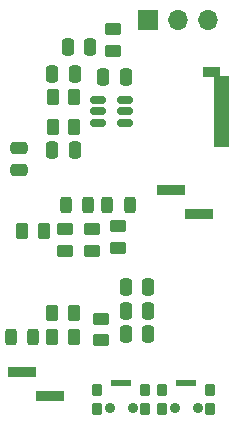
<source format=gbr>
%TF.GenerationSoftware,KiCad,Pcbnew,8.0.1-rc1*%
%TF.CreationDate,2025-05-18T23:27:59-05:00*%
%TF.ProjectId,rfReciever,72665265-6369-4657-9665-722e6b696361,rev?*%
%TF.SameCoordinates,Original*%
%TF.FileFunction,Soldermask,Top*%
%TF.FilePolarity,Negative*%
%FSLAX46Y46*%
G04 Gerber Fmt 4.6, Leading zero omitted, Abs format (unit mm)*
G04 Created by KiCad (PCBNEW 8.0.1-rc1) date 2025-05-18 23:27:59*
%MOMM*%
%LPD*%
G01*
G04 APERTURE LIST*
G04 Aperture macros list*
%AMRoundRect*
0 Rectangle with rounded corners*
0 $1 Rounding radius*
0 $2 $3 $4 $5 $6 $7 $8 $9 X,Y pos of 4 corners*
0 Add a 4 corners polygon primitive as box body*
4,1,4,$2,$3,$4,$5,$6,$7,$8,$9,$2,$3,0*
0 Add four circle primitives for the rounded corners*
1,1,$1+$1,$2,$3*
1,1,$1+$1,$4,$5*
1,1,$1+$1,$6,$7*
1,1,$1+$1,$8,$9*
0 Add four rect primitives between the rounded corners*
20,1,$1+$1,$2,$3,$4,$5,0*
20,1,$1+$1,$4,$5,$6,$7,0*
20,1,$1+$1,$6,$7,$8,$9,0*
20,1,$1+$1,$8,$9,$2,$3,0*%
G04 Aperture macros list end*
%ADD10C,0.010000*%
%ADD11RoundRect,0.243750X-0.243750X-0.456250X0.243750X-0.456250X0.243750X0.456250X-0.243750X0.456250X0*%
%ADD12RoundRect,0.250000X0.262500X0.450000X-0.262500X0.450000X-0.262500X-0.450000X0.262500X-0.450000X0*%
%ADD13C,0.900000*%
%ADD14RoundRect,0.135000X-0.315000X-0.365000X0.315000X-0.365000X0.315000X0.365000X-0.315000X0.365000X0*%
%ADD15RoundRect,0.082500X-0.767500X-0.192500X0.767500X-0.192500X0.767500X0.192500X-0.767500X0.192500X0*%
%ADD16R,1.700000X1.700000*%
%ADD17O,1.700000X1.700000*%
%ADD18RoundRect,0.250000X-0.450000X0.262500X-0.450000X-0.262500X0.450000X-0.262500X0.450000X0.262500X0*%
%ADD19RoundRect,0.250000X0.250000X0.475000X-0.250000X0.475000X-0.250000X-0.475000X0.250000X-0.475000X0*%
%ADD20RoundRect,0.250000X-0.250000X-0.475000X0.250000X-0.475000X0.250000X0.475000X-0.250000X0.475000X0*%
%ADD21RoundRect,0.243750X0.243750X0.456250X-0.243750X0.456250X-0.243750X-0.456250X0.243750X-0.456250X0*%
%ADD22RoundRect,0.250000X-0.262500X-0.450000X0.262500X-0.450000X0.262500X0.450000X-0.262500X0.450000X0*%
%ADD23R,2.350000X0.850000*%
%ADD24RoundRect,0.250000X0.450000X-0.262500X0.450000X0.262500X-0.450000X0.262500X-0.450000X-0.262500X0*%
%ADD25RoundRect,0.150000X0.512500X0.150000X-0.512500X0.150000X-0.512500X-0.150000X0.512500X-0.150000X0*%
%ADD26RoundRect,0.250000X-0.475000X0.250000X-0.475000X-0.250000X0.475000X-0.250000X0.475000X0.250000X0*%
G04 APERTURE END LIST*
D10*
%TO.C,J1*%
X154554250Y-58408500D02*
X153277250Y-58408500D01*
X153277250Y-57651500D01*
X154554250Y-57651500D01*
X154554250Y-58408500D01*
G36*
X154554250Y-58408500D02*
G01*
X153277250Y-58408500D01*
X153277250Y-57651500D01*
X154554250Y-57651500D01*
X154554250Y-58408500D01*
G37*
X155319250Y-58912500D02*
X154192250Y-58912500D01*
X154192250Y-58487500D01*
X155319250Y-58487500D01*
X155319250Y-58912500D01*
G36*
X155319250Y-58912500D02*
G01*
X154192250Y-58912500D01*
X154192250Y-58487500D01*
X155319250Y-58487500D01*
X155319250Y-58912500D01*
G37*
X155319250Y-59412500D02*
X154192250Y-59412500D01*
X154192250Y-58987500D01*
X155319250Y-58987500D01*
X155319250Y-59412500D01*
G36*
X155319250Y-59412500D02*
G01*
X154192250Y-59412500D01*
X154192250Y-58987500D01*
X155319250Y-58987500D01*
X155319250Y-59412500D01*
G37*
X155319250Y-59912500D02*
X154192250Y-59912500D01*
X154192250Y-59487500D01*
X155319250Y-59487500D01*
X155319250Y-59912500D01*
G36*
X155319250Y-59912500D02*
G01*
X154192250Y-59912500D01*
X154192250Y-59487500D01*
X155319250Y-59487500D01*
X155319250Y-59912500D01*
G37*
X155319250Y-60412500D02*
X154192250Y-60412500D01*
X154192250Y-59987500D01*
X155319250Y-59987500D01*
X155319250Y-60412500D01*
G36*
X155319250Y-60412500D02*
G01*
X154192250Y-60412500D01*
X154192250Y-59987500D01*
X155319250Y-59987500D01*
X155319250Y-60412500D01*
G37*
X155319250Y-60912500D02*
X154192250Y-60912500D01*
X154192250Y-60487500D01*
X155319250Y-60487500D01*
X155319250Y-60912500D01*
G36*
X155319250Y-60912500D02*
G01*
X154192250Y-60912500D01*
X154192250Y-60487500D01*
X155319250Y-60487500D01*
X155319250Y-60912500D01*
G37*
X155319250Y-61412500D02*
X154192250Y-61412500D01*
X154192250Y-60987500D01*
X155319250Y-60987500D01*
X155319250Y-61412500D01*
G36*
X155319250Y-61412500D02*
G01*
X154192250Y-61412500D01*
X154192250Y-60987500D01*
X155319250Y-60987500D01*
X155319250Y-61412500D01*
G37*
X155319250Y-61912500D02*
X154192250Y-61912500D01*
X154192250Y-61487500D01*
X155319250Y-61487500D01*
X155319250Y-61912500D01*
G36*
X155319250Y-61912500D02*
G01*
X154192250Y-61912500D01*
X154192250Y-61487500D01*
X155319250Y-61487500D01*
X155319250Y-61912500D01*
G37*
X155319250Y-62412500D02*
X154192250Y-62412500D01*
X154192250Y-61987500D01*
X155319250Y-61987500D01*
X155319250Y-62412500D01*
G36*
X155319250Y-62412500D02*
G01*
X154192250Y-62412500D01*
X154192250Y-61987500D01*
X155319250Y-61987500D01*
X155319250Y-62412500D01*
G37*
X155319250Y-62912500D02*
X154192250Y-62912500D01*
X154192250Y-62487500D01*
X155319250Y-62487500D01*
X155319250Y-62912500D01*
G36*
X155319250Y-62912500D02*
G01*
X154192250Y-62912500D01*
X154192250Y-62487500D01*
X155319250Y-62487500D01*
X155319250Y-62912500D01*
G37*
X155319250Y-63412500D02*
X154192250Y-63412500D01*
X154192250Y-62987500D01*
X155319250Y-62987500D01*
X155319250Y-63412500D01*
G36*
X155319250Y-63412500D02*
G01*
X154192250Y-63412500D01*
X154192250Y-62987500D01*
X155319250Y-62987500D01*
X155319250Y-63412500D01*
G37*
X155319250Y-63912500D02*
X154192250Y-63912500D01*
X154192250Y-63487500D01*
X155319250Y-63487500D01*
X155319250Y-63912500D01*
G36*
X155319250Y-63912500D02*
G01*
X154192250Y-63912500D01*
X154192250Y-63487500D01*
X155319250Y-63487500D01*
X155319250Y-63912500D01*
G37*
X155319250Y-64412500D02*
X154192250Y-64412500D01*
X154192250Y-63987500D01*
X155319250Y-63987500D01*
X155319250Y-64412500D01*
G36*
X155319250Y-64412500D02*
G01*
X154192250Y-64412500D01*
X154192250Y-63987500D01*
X155319250Y-63987500D01*
X155319250Y-64412500D01*
G37*
%TD*%
D11*
%TO.C,D7*%
X137006600Y-80553200D03*
X138881600Y-80553200D03*
%TD*%
D12*
%TO.C,R7*%
X142312500Y-78500000D03*
X140487500Y-78500000D03*
%TD*%
D13*
%TO.C,SW2*%
X150831250Y-86587500D03*
X152781250Y-86587500D03*
D14*
X149756250Y-85037500D03*
X153856250Y-85037500D03*
X149756250Y-86637500D03*
X153856250Y-86637500D03*
D15*
X151806250Y-84412500D03*
%TD*%
D16*
%TO.C,J4*%
X148600000Y-53700000D03*
D17*
X151140000Y-53700000D03*
X153680000Y-53700000D03*
%TD*%
D12*
%TO.C,R15*%
X142294100Y-80553200D03*
X140469100Y-80553200D03*
%TD*%
D18*
%TO.C,R12*%
X144581250Y-79000000D03*
X144581250Y-80825000D03*
%TD*%
D19*
%TO.C,C10*%
X146700000Y-58500000D03*
X144800000Y-58500000D03*
%TD*%
D18*
%TO.C,R18*%
X143831250Y-71425000D03*
X143831250Y-73250000D03*
%TD*%
D19*
%TO.C,C13*%
X142360000Y-58250000D03*
X140460000Y-58250000D03*
%TD*%
D20*
%TO.C,C11*%
X141800000Y-56000000D03*
X143700000Y-56000000D03*
%TD*%
D21*
%TO.C,D8*%
X143518750Y-69337500D03*
X141643750Y-69337500D03*
%TD*%
D19*
%TO.C,C5*%
X148581600Y-76303200D03*
X146681600Y-76303200D03*
%TD*%
D22*
%TO.C,R14*%
X140497500Y-62750000D03*
X142322500Y-62750000D03*
%TD*%
D23*
%TO.C,J2*%
X150525000Y-68100000D03*
X152875000Y-70100000D03*
%TD*%
D18*
%TO.C,R16*%
X141581250Y-71425000D03*
X141581250Y-73250000D03*
%TD*%
D24*
%TO.C,R4*%
X145600000Y-56312500D03*
X145600000Y-54487500D03*
%TD*%
D23*
%TO.C,J3*%
X137950000Y-83500000D03*
X140300000Y-85500000D03*
%TD*%
D21*
%TO.C,D9*%
X147018750Y-69337500D03*
X145143750Y-69337500D03*
%TD*%
D19*
%TO.C,C12*%
X142360000Y-64750000D03*
X140460000Y-64750000D03*
%TD*%
D24*
%TO.C,R9*%
X146081250Y-73000000D03*
X146081250Y-71175000D03*
%TD*%
D25*
%TO.C,U2*%
X146643250Y-62400000D03*
X146643250Y-61450000D03*
X146643250Y-60500000D03*
X144368250Y-60500000D03*
X144368250Y-61450000D03*
X144368250Y-62400000D03*
%TD*%
D26*
%TO.C,C2*%
X137685000Y-64545000D03*
X137685000Y-66445000D03*
%TD*%
D13*
%TO.C,SW1*%
X145331250Y-86587500D03*
X147281250Y-86587500D03*
D14*
X144256250Y-85037500D03*
X148356250Y-85037500D03*
X144256250Y-86637500D03*
X148356250Y-86637500D03*
D15*
X146306250Y-84412500D03*
%TD*%
D22*
%TO.C,R19*%
X140497500Y-60250000D03*
X142322500Y-60250000D03*
%TD*%
D19*
%TO.C,C6*%
X148581600Y-78303200D03*
X146681600Y-78303200D03*
%TD*%
%TO.C,C7*%
X148581600Y-80303200D03*
X146681600Y-80303200D03*
%TD*%
D12*
%TO.C,R8*%
X139743750Y-71587500D03*
X137918750Y-71587500D03*
%TD*%
M02*

</source>
